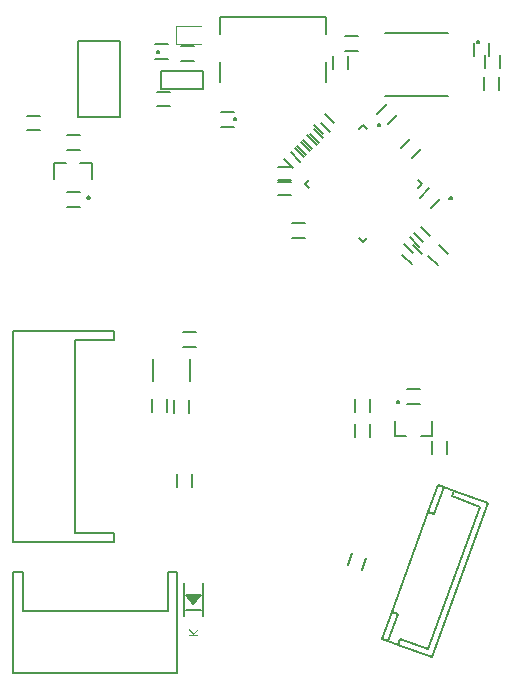
<source format=gbo>
G04 EAGLE Gerber RS-274X export*
G75*
%MOMM*%
%FSLAX34Y34*%
%LPD*%
%INSilkscreen Bottom*%
%IPPOS*%
%AMOC8*
5,1,8,0,0,1.08239X$1,22.5*%
G01*
G04 Define Apertures*
%ADD10C,0.127000*%
%ADD11C,0.152400*%
%ADD12C,0.200000*%
%ADD13C,0.120000*%
G36*
X-63762Y-168997D02*
X-71050Y-168997D01*
X-71050Y-168009D01*
X-68257Y-168009D01*
X-67533Y-167057D01*
X-71050Y-164145D01*
X-71050Y-162919D01*
X-66927Y-166436D01*
X-63762Y-163333D01*
X-63762Y-164497D01*
X-67414Y-168009D01*
X-63762Y-168009D01*
X-63762Y-168997D01*
G37*
D10*
X82186Y31400D02*
X82186Y20400D01*
X69614Y20400D02*
X69614Y31400D01*
X51480Y265003D02*
X43702Y272781D01*
X34812Y263891D02*
X42590Y256113D01*
X109652Y153467D02*
X117430Y145689D01*
X126320Y154578D02*
X118542Y162357D01*
X97338Y264383D02*
X105117Y272162D01*
X96227Y281051D02*
X88449Y273273D01*
X125334Y243344D02*
X117556Y235566D01*
X108666Y244456D02*
X116444Y252234D01*
X110667Y163145D02*
X118445Y155367D01*
X127335Y164257D02*
X119557Y172035D01*
X27200Y180609D02*
X16200Y180609D01*
X16200Y168037D02*
X27200Y168037D01*
X15100Y217286D02*
X4100Y217286D01*
X4100Y204714D02*
X15100Y204714D01*
X48234Y257456D02*
X40456Y265234D01*
X31566Y256344D02*
X39344Y248566D01*
X15300Y228186D02*
X4300Y228186D01*
X4300Y215614D02*
X15300Y215614D01*
X140556Y161934D02*
X148334Y154156D01*
X139444Y145266D02*
X131666Y153044D01*
X69514Y10300D02*
X69514Y-700D01*
X82086Y-700D02*
X82086Y10300D01*
X124666Y202256D02*
X132444Y210034D01*
X141334Y201144D02*
X133556Y193366D01*
X31534Y241656D02*
X23756Y249434D01*
X14866Y240544D02*
X22644Y232766D01*
X-197500Y259114D02*
X-208500Y259114D01*
X-208500Y271686D02*
X-197500Y271686D01*
X67274Y-98282D02*
X63512Y-108618D01*
X75326Y-112918D02*
X79088Y-102582D01*
X71600Y338986D02*
X60600Y338986D01*
X60600Y326414D02*
X71600Y326414D01*
X-64900Y76114D02*
X-75900Y76114D01*
X-75900Y88686D02*
X-64900Y88686D01*
X-101986Y31800D02*
X-101986Y20800D01*
X-89414Y20800D02*
X-89414Y31800D01*
X-89000Y319914D02*
X-100000Y319914D01*
X-100000Y332486D02*
X-89000Y332486D01*
X-87300Y279414D02*
X-98300Y279414D01*
X-98300Y291986D02*
X-87300Y291986D01*
X18456Y244034D02*
X26234Y236256D01*
X17344Y227366D02*
X9566Y235144D01*
D11*
X-134500Y89500D02*
X-220000Y89500D01*
X-220000Y-89500D01*
X-134500Y-89500D01*
X-134500Y81500D02*
X-134500Y89500D01*
X-134500Y81500D02*
X-167500Y81500D01*
X-167500Y-81500D01*
X-134500Y-81500D01*
X-134500Y-89500D01*
X140044Y-40836D02*
X144977Y-42632D01*
X153669Y-45795D01*
X182330Y-56227D01*
X140044Y-40836D02*
X131664Y-63858D01*
X100882Y-148431D01*
X92503Y-171453D01*
X134789Y-186844D02*
X182330Y-56227D01*
X97436Y-173249D02*
X92503Y-171453D01*
X97436Y-173249D02*
X106128Y-176413D01*
X134789Y-186844D01*
X151874Y-50729D02*
X153669Y-45795D01*
X151874Y-50729D02*
X175601Y-59365D01*
X131651Y-180115D01*
X107924Y-171479D01*
X106128Y-176413D01*
X136598Y-65654D02*
X144977Y-42632D01*
X136598Y-65654D02*
X131664Y-63858D01*
X100882Y-148431D02*
X105816Y-150226D01*
X97436Y-173249D01*
X-220000Y-200000D02*
X-220000Y-114500D01*
X-220000Y-200000D02*
X-81000Y-200000D01*
X-81000Y-114500D01*
X-212000Y-114500D02*
X-220000Y-114500D01*
X-212000Y-114500D02*
X-212000Y-147500D01*
X-89000Y-147500D01*
X-89000Y-114500D01*
X-81000Y-114500D01*
D10*
X-75300Y-123800D02*
X-75300Y-151800D01*
X-59300Y-151800D02*
X-59300Y-123800D01*
X-60950Y-133990D02*
X-67300Y-141610D01*
X-62220Y-133990D02*
X-60950Y-133990D01*
X-62220Y-133990D02*
X-63490Y-133990D01*
X-73650Y-133990D01*
X-67300Y-141610D01*
X-62220Y-133990D01*
X-72380Y-135260D01*
X-67300Y-140340D01*
X-63490Y-133990D01*
X-71110Y-135260D01*
X-67300Y-139070D01*
X-64760Y-135260D01*
X-66030Y-135260D01*
X-69840Y-135260D01*
X-68570Y-136530D01*
X-67300Y-137800D01*
X-66030Y-135260D01*
X-68570Y-136530D01*
X-67300Y-136530D01*
X-60950Y-146690D02*
X-73650Y-146690D01*
X44700Y300400D02*
X44700Y317200D01*
X44700Y340600D02*
X44700Y354900D01*
X-44700Y317200D02*
X-44700Y300400D01*
X-44700Y340600D02*
X-44700Y354900D01*
X44700Y354900D01*
D12*
X-33000Y268900D02*
X-32998Y268963D01*
X-32992Y269025D01*
X-32982Y269087D01*
X-32969Y269149D01*
X-32951Y269209D01*
X-32930Y269268D01*
X-32905Y269326D01*
X-32876Y269382D01*
X-32844Y269436D01*
X-32809Y269488D01*
X-32771Y269537D01*
X-32729Y269585D01*
X-32685Y269629D01*
X-32637Y269671D01*
X-32588Y269709D01*
X-32536Y269744D01*
X-32482Y269776D01*
X-32426Y269805D01*
X-32368Y269830D01*
X-32309Y269851D01*
X-32249Y269869D01*
X-32187Y269882D01*
X-32125Y269892D01*
X-32063Y269898D01*
X-32000Y269900D01*
X-31937Y269898D01*
X-31875Y269892D01*
X-31813Y269882D01*
X-31751Y269869D01*
X-31691Y269851D01*
X-31632Y269830D01*
X-31574Y269805D01*
X-31518Y269776D01*
X-31464Y269744D01*
X-31412Y269709D01*
X-31363Y269671D01*
X-31315Y269629D01*
X-31271Y269585D01*
X-31229Y269537D01*
X-31191Y269488D01*
X-31156Y269436D01*
X-31124Y269382D01*
X-31095Y269326D01*
X-31070Y269268D01*
X-31049Y269209D01*
X-31031Y269149D01*
X-31018Y269087D01*
X-31008Y269025D01*
X-31002Y268963D01*
X-31000Y268900D01*
X-31002Y268837D01*
X-31008Y268775D01*
X-31018Y268713D01*
X-31031Y268651D01*
X-31049Y268591D01*
X-31070Y268532D01*
X-31095Y268474D01*
X-31124Y268418D01*
X-31156Y268364D01*
X-31191Y268312D01*
X-31229Y268263D01*
X-31271Y268215D01*
X-31315Y268171D01*
X-31363Y268129D01*
X-31412Y268091D01*
X-31464Y268056D01*
X-31518Y268024D01*
X-31574Y267995D01*
X-31632Y267970D01*
X-31691Y267949D01*
X-31751Y267931D01*
X-31813Y267918D01*
X-31875Y267908D01*
X-31937Y267902D01*
X-32000Y267900D01*
X-32063Y267902D01*
X-32125Y267908D01*
X-32187Y267918D01*
X-32249Y267931D01*
X-32309Y267949D01*
X-32368Y267970D01*
X-32426Y267995D01*
X-32482Y268024D01*
X-32536Y268056D01*
X-32588Y268091D01*
X-32637Y268129D01*
X-32685Y268171D01*
X-32729Y268215D01*
X-32771Y268263D01*
X-32809Y268312D01*
X-32844Y268364D01*
X-32876Y268418D01*
X-32905Y268474D01*
X-32930Y268532D01*
X-32951Y268591D01*
X-32969Y268651D01*
X-32982Y268713D01*
X-32992Y268775D01*
X-32998Y268837D01*
X-33000Y268900D01*
D13*
X-61300Y332101D02*
X-82399Y332101D01*
X-82399Y347499D01*
X-61300Y347499D01*
D10*
X103100Y13300D02*
X103100Y300D01*
X134500Y300D02*
X134500Y13300D01*
D12*
X104800Y29300D02*
X104802Y29363D01*
X104808Y29425D01*
X104818Y29487D01*
X104831Y29549D01*
X104849Y29609D01*
X104870Y29668D01*
X104895Y29726D01*
X104924Y29782D01*
X104956Y29836D01*
X104991Y29888D01*
X105029Y29937D01*
X105071Y29985D01*
X105115Y30029D01*
X105163Y30071D01*
X105212Y30109D01*
X105264Y30144D01*
X105318Y30176D01*
X105374Y30205D01*
X105432Y30230D01*
X105491Y30251D01*
X105551Y30269D01*
X105613Y30282D01*
X105675Y30292D01*
X105737Y30298D01*
X105800Y30300D01*
X105863Y30298D01*
X105925Y30292D01*
X105987Y30282D01*
X106049Y30269D01*
X106109Y30251D01*
X106168Y30230D01*
X106226Y30205D01*
X106282Y30176D01*
X106336Y30144D01*
X106388Y30109D01*
X106437Y30071D01*
X106485Y30029D01*
X106529Y29985D01*
X106571Y29937D01*
X106609Y29888D01*
X106644Y29836D01*
X106676Y29782D01*
X106705Y29726D01*
X106730Y29668D01*
X106751Y29609D01*
X106769Y29549D01*
X106782Y29487D01*
X106792Y29425D01*
X106798Y29363D01*
X106800Y29300D01*
X106798Y29237D01*
X106792Y29175D01*
X106782Y29113D01*
X106769Y29051D01*
X106751Y28991D01*
X106730Y28932D01*
X106705Y28874D01*
X106676Y28818D01*
X106644Y28764D01*
X106609Y28712D01*
X106571Y28663D01*
X106529Y28615D01*
X106485Y28571D01*
X106437Y28529D01*
X106388Y28491D01*
X106336Y28456D01*
X106282Y28424D01*
X106226Y28395D01*
X106168Y28370D01*
X106109Y28349D01*
X106049Y28331D01*
X105987Y28318D01*
X105925Y28308D01*
X105863Y28302D01*
X105800Y28300D01*
X105737Y28302D01*
X105675Y28308D01*
X105613Y28318D01*
X105551Y28331D01*
X105491Y28349D01*
X105432Y28370D01*
X105374Y28395D01*
X105318Y28424D01*
X105264Y28456D01*
X105212Y28491D01*
X105163Y28529D01*
X105115Y28571D01*
X105071Y28615D01*
X105029Y28663D01*
X104991Y28712D01*
X104956Y28764D01*
X104924Y28818D01*
X104895Y28874D01*
X104870Y28932D01*
X104849Y28991D01*
X104831Y29051D01*
X104818Y29113D01*
X104808Y29175D01*
X104802Y29237D01*
X104800Y29300D01*
D10*
X103100Y300D02*
X112600Y300D01*
X125000Y300D02*
X134500Y300D01*
X-153600Y218300D02*
X-153600Y231300D01*
X-185000Y231300D02*
X-185000Y218300D01*
D12*
X-157300Y202300D02*
X-157298Y202363D01*
X-157292Y202425D01*
X-157282Y202487D01*
X-157269Y202549D01*
X-157251Y202609D01*
X-157230Y202668D01*
X-157205Y202726D01*
X-157176Y202782D01*
X-157144Y202836D01*
X-157109Y202888D01*
X-157071Y202937D01*
X-157029Y202985D01*
X-156985Y203029D01*
X-156937Y203071D01*
X-156888Y203109D01*
X-156836Y203144D01*
X-156782Y203176D01*
X-156726Y203205D01*
X-156668Y203230D01*
X-156609Y203251D01*
X-156549Y203269D01*
X-156487Y203282D01*
X-156425Y203292D01*
X-156363Y203298D01*
X-156300Y203300D01*
X-156237Y203298D01*
X-156175Y203292D01*
X-156113Y203282D01*
X-156051Y203269D01*
X-155991Y203251D01*
X-155932Y203230D01*
X-155874Y203205D01*
X-155818Y203176D01*
X-155764Y203144D01*
X-155712Y203109D01*
X-155663Y203071D01*
X-155615Y203029D01*
X-155571Y202985D01*
X-155529Y202937D01*
X-155491Y202888D01*
X-155456Y202836D01*
X-155424Y202782D01*
X-155395Y202726D01*
X-155370Y202668D01*
X-155349Y202609D01*
X-155331Y202549D01*
X-155318Y202487D01*
X-155308Y202425D01*
X-155302Y202363D01*
X-155300Y202300D01*
X-155302Y202237D01*
X-155308Y202175D01*
X-155318Y202113D01*
X-155331Y202051D01*
X-155349Y201991D01*
X-155370Y201932D01*
X-155395Y201874D01*
X-155424Y201818D01*
X-155456Y201764D01*
X-155491Y201712D01*
X-155529Y201663D01*
X-155571Y201615D01*
X-155615Y201571D01*
X-155663Y201529D01*
X-155712Y201491D01*
X-155764Y201456D01*
X-155818Y201424D01*
X-155874Y201395D01*
X-155932Y201370D01*
X-155991Y201349D01*
X-156051Y201331D01*
X-156113Y201318D01*
X-156175Y201308D01*
X-156237Y201302D01*
X-156300Y201300D01*
X-156363Y201302D01*
X-156425Y201308D01*
X-156487Y201318D01*
X-156549Y201331D01*
X-156609Y201349D01*
X-156668Y201370D01*
X-156726Y201395D01*
X-156782Y201424D01*
X-156836Y201456D01*
X-156888Y201491D01*
X-156937Y201529D01*
X-156985Y201571D01*
X-157029Y201615D01*
X-157071Y201663D01*
X-157109Y201712D01*
X-157144Y201764D01*
X-157176Y201818D01*
X-157205Y201874D01*
X-157230Y201932D01*
X-157251Y201991D01*
X-157269Y202051D01*
X-157282Y202113D01*
X-157292Y202175D01*
X-157298Y202237D01*
X-157300Y202300D01*
D10*
X-153600Y231300D02*
X-163100Y231300D01*
X-175500Y231300D02*
X-185000Y231300D01*
X-83960Y30700D02*
X-83960Y19700D01*
X-71240Y19700D02*
X-71240Y30700D01*
X116014Y168492D02*
X123792Y160714D01*
X132786Y169708D02*
X125008Y177486D01*
X124300Y39860D02*
X113300Y39860D01*
X113300Y27140D02*
X124300Y27140D01*
X147460Y-3800D02*
X147460Y-14800D01*
X134740Y-14800D02*
X134740Y-3800D01*
X-163000Y193940D02*
X-174000Y193940D01*
X-174000Y206660D02*
X-163000Y206660D01*
X-163200Y242340D02*
X-174200Y242340D01*
X-174200Y255060D02*
X-163200Y255060D01*
X191660Y293100D02*
X191660Y304100D01*
X178940Y304100D02*
X178940Y293100D01*
X-68440Y-31400D02*
X-68440Y-42400D01*
X-81160Y-42400D02*
X-81160Y-31400D01*
X-44200Y274460D02*
X-33200Y274460D01*
X-33200Y261740D02*
X-44200Y261740D01*
X63360Y311200D02*
X63360Y322200D01*
X50640Y322200D02*
X50640Y311200D01*
X191860Y312300D02*
X191860Y323300D01*
X179140Y323300D02*
X179140Y312300D01*
X182760Y322200D02*
X182760Y333200D01*
X170040Y333200D02*
X170040Y322200D01*
X42386Y252608D02*
X34608Y260386D01*
X25614Y251392D02*
X33392Y243614D01*
X36986Y247108D02*
X29208Y254886D01*
X20214Y245892D02*
X27992Y238114D01*
X-67000Y330860D02*
X-78000Y330860D01*
X-78000Y318140D02*
X-67000Y318140D01*
X-59420Y294380D02*
X-94980Y294380D01*
X-59420Y294380D02*
X-59420Y309620D01*
X-94980Y309620D01*
X-94980Y294380D01*
D11*
X-70152Y65871D02*
X-70152Y47329D01*
X-101648Y47329D02*
X-101648Y65871D01*
D12*
X88658Y263928D02*
X88660Y263991D01*
X88666Y264053D01*
X88676Y264115D01*
X88689Y264177D01*
X88707Y264237D01*
X88728Y264296D01*
X88753Y264354D01*
X88782Y264410D01*
X88814Y264464D01*
X88849Y264516D01*
X88887Y264565D01*
X88929Y264613D01*
X88973Y264657D01*
X89021Y264699D01*
X89070Y264737D01*
X89122Y264772D01*
X89176Y264804D01*
X89232Y264833D01*
X89290Y264858D01*
X89349Y264879D01*
X89409Y264897D01*
X89471Y264910D01*
X89533Y264920D01*
X89595Y264926D01*
X89658Y264928D01*
X89721Y264926D01*
X89783Y264920D01*
X89845Y264910D01*
X89907Y264897D01*
X89967Y264879D01*
X90026Y264858D01*
X90084Y264833D01*
X90140Y264804D01*
X90194Y264772D01*
X90246Y264737D01*
X90295Y264699D01*
X90343Y264657D01*
X90387Y264613D01*
X90429Y264565D01*
X90467Y264516D01*
X90502Y264464D01*
X90534Y264410D01*
X90563Y264354D01*
X90588Y264296D01*
X90609Y264237D01*
X90627Y264177D01*
X90640Y264115D01*
X90650Y264053D01*
X90656Y263991D01*
X90658Y263928D01*
X90656Y263865D01*
X90650Y263803D01*
X90640Y263741D01*
X90627Y263679D01*
X90609Y263619D01*
X90588Y263560D01*
X90563Y263502D01*
X90534Y263446D01*
X90502Y263392D01*
X90467Y263340D01*
X90429Y263291D01*
X90387Y263243D01*
X90343Y263199D01*
X90295Y263157D01*
X90246Y263119D01*
X90194Y263084D01*
X90140Y263052D01*
X90084Y263023D01*
X90026Y262998D01*
X89967Y262977D01*
X89907Y262959D01*
X89845Y262946D01*
X89783Y262936D01*
X89721Y262930D01*
X89658Y262928D01*
X89595Y262930D01*
X89533Y262936D01*
X89471Y262946D01*
X89409Y262959D01*
X89349Y262977D01*
X89290Y262998D01*
X89232Y263023D01*
X89176Y263052D01*
X89122Y263084D01*
X89070Y263119D01*
X89021Y263157D01*
X88973Y263199D01*
X88929Y263243D01*
X88887Y263291D01*
X88849Y263340D01*
X88814Y263392D01*
X88782Y263446D01*
X88753Y263502D01*
X88728Y263560D01*
X88707Y263619D01*
X88689Y263679D01*
X88676Y263741D01*
X88666Y263803D01*
X88660Y263865D01*
X88658Y263928D01*
D10*
X79794Y167797D02*
X76400Y164403D01*
X26903Y213900D02*
X30297Y217294D01*
X122503Y210506D02*
X125898Y213900D01*
X76400Y263397D02*
X73006Y260003D01*
X73006Y167797D02*
X76400Y164403D01*
X30297Y210506D02*
X26903Y213900D01*
X122503Y217294D02*
X125898Y213900D01*
X79794Y260003D02*
X76400Y263397D01*
X-129675Y335225D02*
X-164725Y335225D01*
X-164725Y270175D01*
X-129675Y270175D01*
X-129675Y335225D01*
D12*
X-98200Y325600D02*
X-98198Y325663D01*
X-98192Y325725D01*
X-98182Y325787D01*
X-98169Y325849D01*
X-98151Y325909D01*
X-98130Y325968D01*
X-98105Y326026D01*
X-98076Y326082D01*
X-98044Y326136D01*
X-98009Y326188D01*
X-97971Y326237D01*
X-97929Y326285D01*
X-97885Y326329D01*
X-97837Y326371D01*
X-97788Y326409D01*
X-97736Y326444D01*
X-97682Y326476D01*
X-97626Y326505D01*
X-97568Y326530D01*
X-97509Y326551D01*
X-97449Y326569D01*
X-97387Y326582D01*
X-97325Y326592D01*
X-97263Y326598D01*
X-97200Y326600D01*
X-97137Y326598D01*
X-97075Y326592D01*
X-97013Y326582D01*
X-96951Y326569D01*
X-96891Y326551D01*
X-96832Y326530D01*
X-96774Y326505D01*
X-96718Y326476D01*
X-96664Y326444D01*
X-96612Y326409D01*
X-96563Y326371D01*
X-96515Y326329D01*
X-96471Y326285D01*
X-96429Y326237D01*
X-96391Y326188D01*
X-96356Y326136D01*
X-96324Y326082D01*
X-96295Y326026D01*
X-96270Y325968D01*
X-96249Y325909D01*
X-96231Y325849D01*
X-96218Y325787D01*
X-96208Y325725D01*
X-96202Y325663D01*
X-96200Y325600D01*
X-96202Y325537D01*
X-96208Y325475D01*
X-96218Y325413D01*
X-96231Y325351D01*
X-96249Y325291D01*
X-96270Y325232D01*
X-96295Y325174D01*
X-96324Y325118D01*
X-96356Y325064D01*
X-96391Y325012D01*
X-96429Y324963D01*
X-96471Y324915D01*
X-96515Y324871D01*
X-96563Y324829D01*
X-96612Y324791D01*
X-96664Y324756D01*
X-96718Y324724D01*
X-96774Y324695D01*
X-96832Y324670D01*
X-96891Y324649D01*
X-96951Y324631D01*
X-97013Y324618D01*
X-97075Y324608D01*
X-97137Y324602D01*
X-97200Y324600D01*
X-97263Y324602D01*
X-97325Y324608D01*
X-97387Y324618D01*
X-97449Y324631D01*
X-97509Y324649D01*
X-97568Y324670D01*
X-97626Y324695D01*
X-97682Y324724D01*
X-97736Y324756D01*
X-97788Y324791D01*
X-97837Y324829D01*
X-97885Y324871D01*
X-97929Y324915D01*
X-97971Y324963D01*
X-98009Y325012D01*
X-98044Y325064D01*
X-98076Y325118D01*
X-98105Y325174D01*
X-98130Y325232D01*
X-98151Y325291D01*
X-98169Y325351D01*
X-98182Y325413D01*
X-98192Y325475D01*
X-98198Y325537D01*
X-98200Y325600D01*
X172650Y333932D02*
X172652Y333995D01*
X172658Y334057D01*
X172668Y334119D01*
X172681Y334181D01*
X172699Y334241D01*
X172720Y334300D01*
X172745Y334358D01*
X172774Y334414D01*
X172806Y334468D01*
X172841Y334520D01*
X172879Y334569D01*
X172921Y334617D01*
X172965Y334661D01*
X173013Y334703D01*
X173062Y334741D01*
X173114Y334776D01*
X173168Y334808D01*
X173224Y334837D01*
X173282Y334862D01*
X173341Y334883D01*
X173401Y334901D01*
X173463Y334914D01*
X173525Y334924D01*
X173587Y334930D01*
X173650Y334932D01*
X173713Y334930D01*
X173775Y334924D01*
X173837Y334914D01*
X173899Y334901D01*
X173959Y334883D01*
X174018Y334862D01*
X174076Y334837D01*
X174132Y334808D01*
X174186Y334776D01*
X174238Y334741D01*
X174287Y334703D01*
X174335Y334661D01*
X174379Y334617D01*
X174421Y334569D01*
X174459Y334520D01*
X174494Y334468D01*
X174526Y334414D01*
X174555Y334358D01*
X174580Y334300D01*
X174601Y334241D01*
X174619Y334181D01*
X174632Y334119D01*
X174642Y334057D01*
X174648Y333995D01*
X174650Y333932D01*
X174648Y333869D01*
X174642Y333807D01*
X174632Y333745D01*
X174619Y333683D01*
X174601Y333623D01*
X174580Y333564D01*
X174555Y333506D01*
X174526Y333450D01*
X174494Y333396D01*
X174459Y333344D01*
X174421Y333295D01*
X174379Y333247D01*
X174335Y333203D01*
X174287Y333161D01*
X174238Y333123D01*
X174186Y333088D01*
X174132Y333056D01*
X174076Y333027D01*
X174018Y333002D01*
X173959Y332981D01*
X173899Y332963D01*
X173837Y332950D01*
X173775Y332940D01*
X173713Y332934D01*
X173650Y332932D01*
X173587Y332934D01*
X173525Y332940D01*
X173463Y332950D01*
X173401Y332963D01*
X173341Y332981D01*
X173282Y333002D01*
X173224Y333027D01*
X173168Y333056D01*
X173114Y333088D01*
X173062Y333123D01*
X173013Y333161D01*
X172965Y333203D01*
X172921Y333247D01*
X172879Y333295D01*
X172841Y333344D01*
X172806Y333396D01*
X172774Y333450D01*
X172745Y333506D01*
X172720Y333564D01*
X172699Y333623D01*
X172681Y333683D01*
X172668Y333745D01*
X172658Y333807D01*
X172652Y333869D01*
X172650Y333932D01*
D10*
X147900Y341282D02*
X95100Y341282D01*
X95100Y288482D02*
X147900Y288482D01*
D12*
X149418Y201674D02*
X149420Y201737D01*
X149426Y201799D01*
X149436Y201861D01*
X149449Y201923D01*
X149467Y201983D01*
X149488Y202042D01*
X149513Y202100D01*
X149542Y202156D01*
X149574Y202210D01*
X149609Y202262D01*
X149647Y202311D01*
X149689Y202359D01*
X149733Y202403D01*
X149781Y202445D01*
X149830Y202483D01*
X149882Y202518D01*
X149936Y202550D01*
X149992Y202579D01*
X150050Y202604D01*
X150109Y202625D01*
X150169Y202643D01*
X150231Y202656D01*
X150293Y202666D01*
X150355Y202672D01*
X150418Y202674D01*
X150481Y202672D01*
X150543Y202666D01*
X150605Y202656D01*
X150667Y202643D01*
X150727Y202625D01*
X150786Y202604D01*
X150844Y202579D01*
X150900Y202550D01*
X150954Y202518D01*
X151006Y202483D01*
X151055Y202445D01*
X151103Y202403D01*
X151147Y202359D01*
X151189Y202311D01*
X151227Y202262D01*
X151262Y202210D01*
X151294Y202156D01*
X151323Y202100D01*
X151348Y202042D01*
X151369Y201983D01*
X151387Y201923D01*
X151400Y201861D01*
X151410Y201799D01*
X151416Y201737D01*
X151418Y201674D01*
X151416Y201611D01*
X151410Y201549D01*
X151400Y201487D01*
X151387Y201425D01*
X151369Y201365D01*
X151348Y201306D01*
X151323Y201248D01*
X151294Y201192D01*
X151262Y201138D01*
X151227Y201086D01*
X151189Y201037D01*
X151147Y200989D01*
X151103Y200945D01*
X151055Y200903D01*
X151006Y200865D01*
X150954Y200830D01*
X150900Y200798D01*
X150844Y200769D01*
X150786Y200744D01*
X150727Y200723D01*
X150667Y200705D01*
X150605Y200692D01*
X150543Y200682D01*
X150481Y200676D01*
X150418Y200674D01*
X150355Y200676D01*
X150293Y200682D01*
X150231Y200692D01*
X150169Y200705D01*
X150109Y200723D01*
X150050Y200744D01*
X149992Y200769D01*
X149936Y200798D01*
X149882Y200830D01*
X149830Y200865D01*
X149781Y200903D01*
X149733Y200945D01*
X149689Y200989D01*
X149647Y201037D01*
X149609Y201086D01*
X149574Y201138D01*
X149542Y201192D01*
X149513Y201248D01*
X149488Y201306D01*
X149467Y201365D01*
X149449Y201425D01*
X149436Y201487D01*
X149426Y201549D01*
X149420Y201611D01*
X149418Y201674D01*
M02*

</source>
